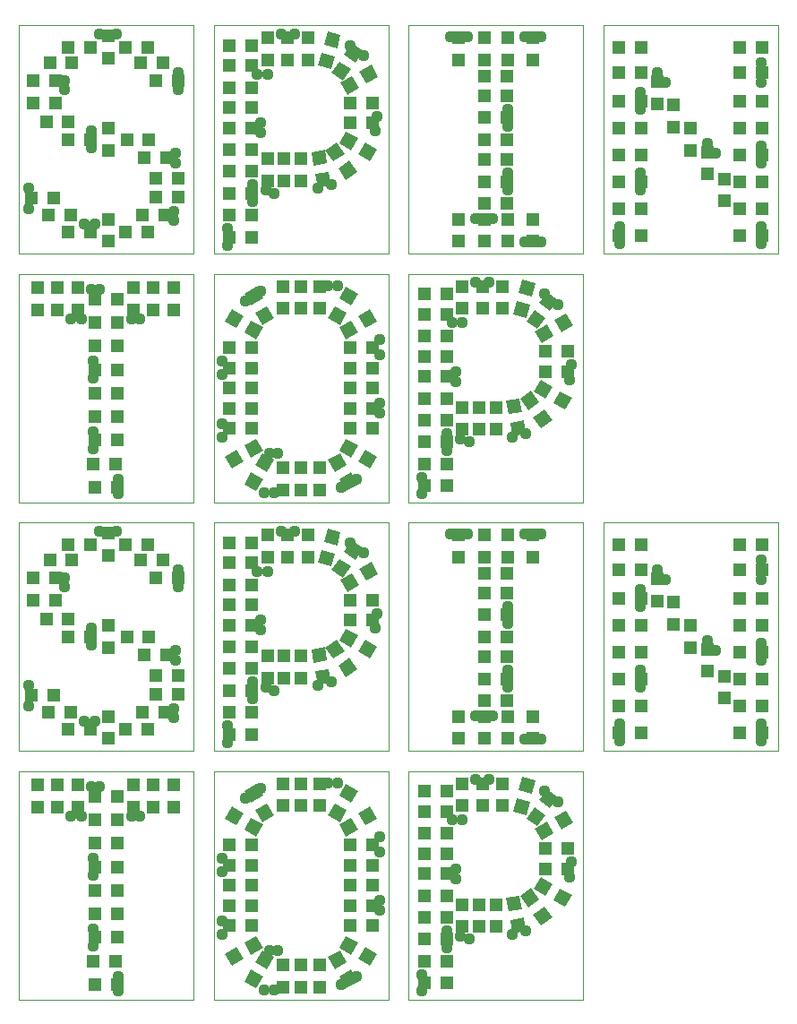
<source format=gts>
G75*
G70*
%OFA0B0*%
%FSLAX25Y25*%
%IPPOS*%
%LPD*%
%AMOC8*
5,1,8,0,0,1.08239X$1,22.5*
%
%ADD12C,0.04370*%
%ADD17C,0.00000*%
%ADD20R,0.05120X0.05120*%
X0010000Y0010000D02*
G75*
%LPD*%
D17*
X0010000Y0010000D02*
X0010000Y0095000D01*
X0075000Y0095000D01*
X0075000Y0010000D01*
X0010000Y0010000D01*
D20*
X0038360Y0015620D03*
X0046630Y0015620D03*
X0046010Y0024370D03*
X0037740Y0024370D03*
X0038360Y0033120D03*
X0046630Y0033120D03*
X0046630Y0041870D03*
X0038360Y0041870D03*
X0038360Y0050620D03*
X0046630Y0050620D03*
X0046630Y0059370D03*
X0038360Y0059370D03*
X0038360Y0068120D03*
X0046630Y0068120D03*
X0046630Y0076870D03*
X0052500Y0081490D03*
X0046630Y0085620D03*
X0052500Y0089760D03*
X0060000Y0089760D03*
X0067500Y0089760D03*
X0067500Y0081490D03*
X0060000Y0081490D03*
X0038360Y0085620D03*
X0031870Y0081490D03*
X0038360Y0076870D03*
X0031870Y0089760D03*
X0024370Y0089760D03*
X0016870Y0089760D03*
X0016870Y0081490D03*
X0024370Y0081490D03*
D12*
X0029370Y0078120D03*
X0033120Y0078120D03*
X0036870Y0089370D03*
X0040000Y0089370D03*
X0051870Y0078120D03*
X0055000Y0078120D03*
X0037500Y0062500D03*
X0037500Y0056250D03*
X0037500Y0036250D03*
X0037500Y0030000D03*
X0046870Y0018750D03*
X0046870Y0013120D03*
X0082500Y0010000D02*
G75*
%LPD*%
D17*
X0082500Y0010000D02*
X0082500Y0095000D01*
X0147500Y0095000D01*
X0147500Y0010000D01*
X0082500Y0010000D01*
D20*
X0108120Y0014610D03*
X0115000Y0014610D03*
X0121870Y0014610D03*
X0121870Y0022880D03*
X0115000Y0022880D03*
X0108120Y0022880D03*
X0096630Y0037500D03*
X0096630Y0045000D03*
X0096630Y0052500D03*
X0096630Y0060000D03*
X0096630Y0067500D03*
X0088360Y0067500D03*
X0088360Y0060000D03*
X0088360Y0052500D03*
X0088360Y0045000D03*
X0088360Y0037500D03*
X0108120Y0082110D03*
X0115000Y0082110D03*
X0121870Y0082110D03*
X0121870Y0090380D03*
X0115000Y0090380D03*
X0108120Y0090380D03*
X0133360Y0067500D03*
X0133360Y0060000D03*
X0133360Y0052500D03*
X0133360Y0045000D03*
X0133360Y0037500D03*
X0141630Y0037500D03*
X0141630Y0045000D03*
X0141630Y0052500D03*
X0141630Y0060000D03*
X0141630Y0067500D03*
D20*
G36*
X0131740Y0070690D02*
X0129180Y0075110D01*
X0133600Y0077670D01*
X0136160Y0073250D01*
X0131740Y0070690D01*
G37*
G36*
X0129480Y0076050D02*
X0125060Y0078610D01*
X0127620Y0083030D01*
X0132040Y0080470D01*
X0129480Y0076050D01*
G37*
G36*
X0138900Y0074820D02*
X0136340Y0079240D01*
X0140760Y0081800D01*
X0143320Y0077380D01*
X0138900Y0074820D01*
G37*
G36*
X0133620Y0083210D02*
X0129200Y0085770D01*
X0131760Y0090190D01*
X0136180Y0087630D01*
X0133620Y0083210D01*
G37*
G36*
X0104930Y0078610D02*
X0100510Y0076050D01*
X0097950Y0080470D01*
X0102370Y0083030D01*
X0104930Y0078610D01*
G37*
G36*
X0100820Y0075110D02*
X0098260Y0070690D01*
X0093840Y0073250D01*
X0096400Y0077670D01*
X0100820Y0075110D01*
G37*
G36*
X0093660Y0079240D02*
X0091100Y0074820D01*
X0086680Y0077380D01*
X0089240Y0081800D01*
X0093660Y0079240D01*
G37*
G36*
X0100790Y0085770D02*
X0096370Y0083210D01*
X0093810Y0087630D01*
X0098230Y0090190D01*
X0100790Y0085770D01*
G37*
G36*
X0098260Y0033680D02*
X0100820Y0029260D01*
X0096400Y0026700D01*
X0093840Y0031120D01*
X0098260Y0033680D01*
G37*
G36*
X0091100Y0029540D02*
X0093660Y0025120D01*
X0089240Y0022560D01*
X0086680Y0026980D01*
X0091100Y0029540D01*
G37*
G36*
X0100510Y0028320D02*
X0104930Y0025760D01*
X0102370Y0021340D01*
X0097950Y0023900D01*
X0100510Y0028320D01*
G37*
G36*
X0096370Y0021160D02*
X0100790Y0018600D01*
X0098230Y0014180D01*
X0093810Y0016740D01*
X0096370Y0021160D01*
G37*
G36*
X0125060Y0025760D02*
X0129480Y0028320D01*
X0132040Y0023900D01*
X0127620Y0021340D01*
X0125060Y0025760D01*
G37*
G36*
X0129180Y0029260D02*
X0131740Y0033680D01*
X0136160Y0031120D01*
X0133600Y0026700D01*
X0129180Y0029260D01*
G37*
G36*
X0136340Y0025120D02*
X0138900Y0029540D01*
X0143320Y0026980D01*
X0140760Y0022560D01*
X0136340Y0025120D01*
G37*
G36*
X0129200Y0018600D02*
X0133620Y0021160D01*
X0136180Y0016740D01*
X0131760Y0014180D01*
X0129200Y0018600D01*
G37*
D12*
X0130000Y0015620D03*
X0135620Y0018750D03*
X0144370Y0043120D03*
X0144370Y0046870D03*
X0144370Y0065000D03*
X0144370Y0070620D03*
X0128750Y0090620D03*
X0125000Y0090620D03*
X0100000Y0088750D03*
X0094370Y0085000D03*
X0085620Y0062500D03*
X0085620Y0057500D03*
X0085620Y0039370D03*
X0085620Y0034370D03*
X0103120Y0028120D03*
X0106250Y0028120D03*
X0105000Y0013750D03*
X0101250Y0013750D03*
X0155000Y0010000D02*
G75*
%LPD*%
D17*
X0155000Y0010000D02*
X0155000Y0095000D01*
X0220000Y0095000D01*
X0220000Y0010000D01*
X0155000Y0010000D01*
D20*
X0160860Y0016250D03*
X0160860Y0024370D03*
X0160860Y0032500D03*
X0160860Y0040620D03*
X0160860Y0048750D03*
X0160860Y0056870D03*
X0160860Y0064370D03*
X0160860Y0071870D03*
X0160860Y0080000D03*
X0160860Y0087500D03*
X0169130Y0087500D03*
X0175000Y0090380D03*
X0182500Y0090380D03*
X0190000Y0090380D03*
X0190000Y0082110D03*
X0182500Y0082110D03*
X0175000Y0082110D03*
X0169130Y0080000D03*
X0169130Y0071870D03*
X0169130Y0064370D03*
X0169130Y0056870D03*
X0169130Y0048750D03*
X0175000Y0045380D03*
X0181250Y0045380D03*
X0187500Y0045380D03*
X0187500Y0037110D03*
X0181250Y0037110D03*
X0175000Y0037110D03*
X0169130Y0040620D03*
X0169130Y0032500D03*
X0169130Y0024370D03*
X0169130Y0016250D03*
X0205860Y0058750D03*
X0205860Y0066250D03*
X0214130Y0066250D03*
X0214130Y0058750D03*
D20*
G36*
X0201680Y0051130D02*
X0204240Y0055550D01*
X0208660Y0052990D01*
X0206100Y0048570D01*
X0201680Y0051130D01*
G37*
G36*
X0196580Y0048490D02*
X0200760Y0051430D01*
X0203700Y0047250D01*
X0199520Y0044310D01*
X0196580Y0048490D01*
G37*
G36*
X0191340Y0047840D02*
X0196370Y0048730D01*
X0197260Y0043700D01*
X0192230Y0042810D01*
X0191340Y0047840D01*
G37*
G36*
X0192780Y0039700D02*
X0197810Y0040590D01*
X0198700Y0035560D01*
X0193670Y0034670D01*
X0192780Y0039700D01*
G37*
G36*
X0201320Y0041710D02*
X0205500Y0044650D01*
X0208440Y0040470D01*
X0204260Y0037530D01*
X0201320Y0041710D01*
G37*
G36*
X0208840Y0047000D02*
X0211400Y0051420D01*
X0215820Y0048860D01*
X0213260Y0044440D01*
X0208840Y0047000D01*
G37*
G36*
X0204630Y0069210D02*
X0202070Y0073630D01*
X0206490Y0076190D01*
X0209050Y0071770D01*
X0204630Y0069210D01*
G37*
G36*
X0203020Y0074450D02*
X0198840Y0077390D01*
X0201780Y0081570D01*
X0205960Y0078630D01*
X0203020Y0074450D01*
G37*
G36*
X0198800Y0078610D02*
X0193860Y0079930D01*
X0195180Y0084870D01*
X0200120Y0083550D01*
X0198800Y0078610D01*
G37*
G36*
X0207760Y0081220D02*
X0203580Y0084160D01*
X0206520Y0088340D01*
X0210700Y0085400D01*
X0207760Y0081220D01*
G37*
G36*
X0211790Y0073340D02*
X0209230Y0077760D01*
X0213650Y0080320D01*
X0216210Y0075900D01*
X0211790Y0073340D01*
G37*
G36*
X0200940Y0086590D02*
X0196000Y0087910D01*
X0197320Y0092850D01*
X0202260Y0091530D01*
X0200940Y0086590D01*
G37*
D12*
X0205620Y0087500D03*
X0210620Y0083750D03*
X0215620Y0061250D03*
X0215000Y0055620D03*
X0198750Y0035620D03*
X0193750Y0034370D03*
X0177500Y0032500D03*
X0174370Y0033750D03*
X0169370Y0035620D03*
X0169370Y0029370D03*
X0160000Y0019370D03*
X0160000Y0013120D03*
X0172500Y0055000D03*
X0172500Y0058750D03*
X0171250Y0076870D03*
X0175000Y0076870D03*
X0180000Y0091870D03*
X0185000Y0091870D03*
X0010000Y0102500D02*
G75*
%LPD*%
D17*
X0010000Y0102500D02*
X0010000Y0187500D01*
X0075000Y0187500D01*
X0075000Y0102500D01*
X0010000Y0102500D01*
D20*
X0020860Y0116870D03*
X0022880Y0123120D03*
X0029130Y0116870D03*
X0028360Y0110620D03*
X0036630Y0110620D03*
X0043120Y0107110D03*
X0049610Y0110620D03*
X0043120Y0115380D03*
X0055860Y0116870D03*
X0057880Y0110620D03*
X0064130Y0116870D03*
X0060860Y0123750D03*
X0060860Y0130620D03*
X0056750Y0138230D03*
X0058400Y0145000D03*
X0065010Y0138230D03*
X0069130Y0130620D03*
X0069130Y0123750D03*
X0050130Y0145000D03*
X0043120Y0149130D03*
X0036450Y0145070D03*
X0043120Y0140860D03*
X0028180Y0145070D03*
X0028400Y0151610D03*
X0020130Y0151610D03*
X0023510Y0158750D03*
X0023510Y0166870D03*
X0021490Y0173750D03*
X0028360Y0179370D03*
X0029760Y0173750D03*
X0036630Y0179370D03*
X0043120Y0175240D03*
X0049610Y0179370D03*
X0055240Y0173750D03*
X0057880Y0179370D03*
X0063510Y0173750D03*
X0060860Y0166870D03*
X0069130Y0166870D03*
X0043120Y0183510D03*
X0015240Y0166870D03*
X0015240Y0158750D03*
X0014610Y0123120D03*
D12*
X0013750Y0119370D03*
X0013750Y0126870D03*
X0034370Y0113750D03*
X0038120Y0113750D03*
X0036870Y0141870D03*
X0036870Y0148120D03*
X0026870Y0163750D03*
X0026870Y0166870D03*
X0040000Y0184370D03*
X0046250Y0184370D03*
X0069370Y0170000D03*
X0069370Y0163750D03*
X0068120Y0140000D03*
X0068120Y0136250D03*
X0067500Y0118120D03*
X0067500Y0115000D03*
X0082500Y0102500D02*
G75*
%LPD*%
D17*
X0082500Y0102500D02*
X0082500Y0187500D01*
X0147500Y0187500D01*
X0147500Y0102500D01*
X0082500Y0102500D01*
D20*
X0088360Y0108750D03*
X0088360Y0116870D03*
X0088360Y0125000D03*
X0088360Y0133120D03*
X0088360Y0141250D03*
X0088360Y0149370D03*
X0088360Y0156870D03*
X0088360Y0164370D03*
X0088360Y0172500D03*
X0088360Y0180000D03*
X0096630Y0180000D03*
X0102500Y0182880D03*
X0110000Y0182880D03*
X0117500Y0182880D03*
X0117500Y0174610D03*
X0110000Y0174610D03*
X0102500Y0174610D03*
X0096630Y0172500D03*
X0096630Y0164370D03*
X0096630Y0156870D03*
X0096630Y0149370D03*
X0096630Y0141250D03*
X0102500Y0137880D03*
X0108750Y0137880D03*
X0115000Y0137880D03*
X0115000Y0129610D03*
X0108750Y0129610D03*
X0102500Y0129610D03*
X0096630Y0133120D03*
X0096630Y0125000D03*
X0096630Y0116870D03*
X0096630Y0108750D03*
X0133360Y0151250D03*
X0133360Y0158750D03*
X0141630Y0158750D03*
X0141630Y0151250D03*
D20*
G36*
X0129180Y0143630D02*
X0131740Y0148050D01*
X0136160Y0145490D01*
X0133600Y0141070D01*
X0129180Y0143630D01*
G37*
G36*
X0124080Y0140990D02*
X0128260Y0143930D01*
X0131200Y0139750D01*
X0127020Y0136810D01*
X0124080Y0140990D01*
G37*
G36*
X0118840Y0140340D02*
X0123870Y0141230D01*
X0124760Y0136200D01*
X0119730Y0135310D01*
X0118840Y0140340D01*
G37*
G36*
X0120280Y0132200D02*
X0125310Y0133090D01*
X0126200Y0128060D01*
X0121170Y0127170D01*
X0120280Y0132200D01*
G37*
G36*
X0128820Y0134210D02*
X0133000Y0137150D01*
X0135940Y0132970D01*
X0131760Y0130030D01*
X0128820Y0134210D01*
G37*
G36*
X0136340Y0139500D02*
X0138900Y0143920D01*
X0143320Y0141360D01*
X0140760Y0136940D01*
X0136340Y0139500D01*
G37*
G36*
X0132130Y0161710D02*
X0129570Y0166130D01*
X0133990Y0168690D01*
X0136550Y0164270D01*
X0132130Y0161710D01*
G37*
G36*
X0130520Y0166950D02*
X0126340Y0169890D01*
X0129280Y0174070D01*
X0133460Y0171130D01*
X0130520Y0166950D01*
G37*
G36*
X0126300Y0171110D02*
X0121360Y0172430D01*
X0122680Y0177370D01*
X0127620Y0176050D01*
X0126300Y0171110D01*
G37*
G36*
X0135260Y0173720D02*
X0131080Y0176660D01*
X0134020Y0180840D01*
X0138200Y0177900D01*
X0135260Y0173720D01*
G37*
G36*
X0139290Y0165840D02*
X0136730Y0170260D01*
X0141150Y0172820D01*
X0143710Y0168400D01*
X0139290Y0165840D01*
G37*
G36*
X0128440Y0179090D02*
X0123500Y0180410D01*
X0124820Y0185350D01*
X0129760Y0184030D01*
X0128440Y0179090D01*
G37*
D12*
X0133120Y0180000D03*
X0138120Y0176250D03*
X0143120Y0153750D03*
X0142500Y0148120D03*
X0126250Y0128120D03*
X0121250Y0126870D03*
X0105000Y0125000D03*
X0101870Y0126250D03*
X0096870Y0128120D03*
X0096870Y0121870D03*
X0087500Y0111870D03*
X0087500Y0105620D03*
X0100000Y0147500D03*
X0100000Y0151250D03*
X0098750Y0169370D03*
X0102500Y0169370D03*
X0107500Y0184370D03*
X0112500Y0184370D03*
X0155000Y0102500D02*
G75*
%LPD*%
D17*
X0155000Y0102500D02*
X0155000Y0187500D01*
X0220000Y0187500D01*
X0220000Y0102500D01*
X0155000Y0102500D01*
D20*
X0173750Y0107110D03*
X0173750Y0115380D03*
X0183120Y0115380D03*
X0183360Y0121250D03*
X0183360Y0129370D03*
X0183360Y0137500D03*
X0183360Y0145000D03*
X0183360Y0153120D03*
X0183360Y0161250D03*
X0183360Y0168750D03*
X0183120Y0174610D03*
X0183120Y0182880D03*
X0191870Y0182880D03*
X0191870Y0174610D03*
X0191630Y0168750D03*
X0191630Y0161250D03*
X0191630Y0153120D03*
X0191630Y0145000D03*
X0191630Y0137500D03*
X0191630Y0129370D03*
X0191630Y0121250D03*
X0191870Y0115380D03*
X0191870Y0107110D03*
X0183120Y0107110D03*
X0201250Y0107110D03*
X0201250Y0115380D03*
X0201250Y0174610D03*
X0201250Y0182880D03*
X0173750Y0182880D03*
X0173750Y0174610D03*
D12*
X0176870Y0183120D03*
X0170620Y0183120D03*
X0191870Y0156250D03*
X0191870Y0150000D03*
X0191870Y0132500D03*
X0191870Y0126250D03*
X0186250Y0115620D03*
X0180000Y0115620D03*
X0198120Y0106870D03*
X0204370Y0106870D03*
X0204370Y0183120D03*
X0198120Y0183120D03*
X0227500Y0102500D02*
G75*
%LPD*%
D17*
X0227500Y0102500D02*
X0227500Y0187500D01*
X0292500Y0187500D01*
X0292500Y0102500D01*
X0227500Y0102500D01*
D20*
X0233360Y0109370D03*
X0241630Y0109370D03*
X0241630Y0119370D03*
X0233360Y0119370D03*
X0233360Y0129370D03*
X0241630Y0129370D03*
X0241630Y0139370D03*
X0233360Y0139370D03*
X0233360Y0149370D03*
X0241630Y0149370D03*
X0247500Y0158360D03*
X0253750Y0157880D03*
X0253750Y0149610D03*
X0260000Y0149130D03*
X0260000Y0140860D03*
X0266250Y0140380D03*
X0266250Y0132110D03*
X0272500Y0130380D03*
X0278360Y0129370D03*
X0272500Y0122110D03*
X0278360Y0119370D03*
X0286630Y0119370D03*
X0286630Y0129370D03*
X0286630Y0139370D03*
X0278360Y0139370D03*
X0278360Y0149370D03*
X0286630Y0149370D03*
X0286630Y0159370D03*
X0278360Y0159370D03*
X0278360Y0170000D03*
X0286630Y0170000D03*
X0286630Y0179370D03*
X0278360Y0179370D03*
X0247500Y0166630D03*
X0241630Y0170000D03*
X0233360Y0170000D03*
X0233360Y0179370D03*
X0241630Y0179370D03*
X0241630Y0159370D03*
X0233360Y0159370D03*
X0278360Y0109370D03*
X0286630Y0109370D03*
D12*
X0286250Y0106250D03*
X0286250Y0112500D03*
X0286250Y0136250D03*
X0286250Y0142500D03*
X0269370Y0140000D03*
X0266250Y0143750D03*
X0250620Y0166250D03*
X0247500Y0170000D03*
X0241250Y0162500D03*
X0241250Y0156250D03*
X0241250Y0132500D03*
X0241250Y0126250D03*
X0233750Y0112500D03*
X0233750Y0106250D03*
X0286250Y0166250D03*
X0286250Y0173750D03*
X0010000Y0195000D02*
G75*
%LPD*%
D17*
X0010000Y0195000D02*
X0010000Y0280000D01*
X0075000Y0280000D01*
X0075000Y0195000D01*
X0010000Y0195000D01*
D20*
X0038360Y0200620D03*
X0046630Y0200620D03*
X0046010Y0209370D03*
X0037740Y0209370D03*
X0038360Y0218120D03*
X0046630Y0218120D03*
X0046630Y0226870D03*
X0038360Y0226870D03*
X0038360Y0235620D03*
X0046630Y0235620D03*
X0046630Y0244370D03*
X0038360Y0244370D03*
X0038360Y0253120D03*
X0046630Y0253120D03*
X0046630Y0261870D03*
X0052500Y0266490D03*
X0046630Y0270620D03*
X0052500Y0274760D03*
X0060000Y0274760D03*
X0067500Y0274760D03*
X0067500Y0266490D03*
X0060000Y0266490D03*
X0038360Y0270620D03*
X0031870Y0266490D03*
X0038360Y0261870D03*
X0031870Y0274760D03*
X0024370Y0274760D03*
X0016870Y0274760D03*
X0016870Y0266490D03*
X0024370Y0266490D03*
D12*
X0029370Y0263120D03*
X0033120Y0263120D03*
X0036870Y0274370D03*
X0040000Y0274370D03*
X0051870Y0263120D03*
X0055000Y0263120D03*
X0037500Y0247500D03*
X0037500Y0241250D03*
X0037500Y0221250D03*
X0037500Y0215000D03*
X0046870Y0203750D03*
X0046870Y0198120D03*
X0082500Y0195000D02*
G75*
%LPD*%
D17*
X0082500Y0195000D02*
X0082500Y0280000D01*
X0147500Y0280000D01*
X0147500Y0195000D01*
X0082500Y0195000D01*
D20*
X0108120Y0199610D03*
X0115000Y0199610D03*
X0121870Y0199610D03*
X0121870Y0207880D03*
X0115000Y0207880D03*
X0108120Y0207880D03*
X0096630Y0222500D03*
X0096630Y0230000D03*
X0096630Y0237500D03*
X0096630Y0245000D03*
X0096630Y0252500D03*
X0088360Y0252500D03*
X0088360Y0245000D03*
X0088360Y0237500D03*
X0088360Y0230000D03*
X0088360Y0222500D03*
X0108120Y0267110D03*
X0115000Y0267110D03*
X0121870Y0267110D03*
X0121870Y0275380D03*
X0115000Y0275380D03*
X0108120Y0275380D03*
X0133360Y0252500D03*
X0133360Y0245000D03*
X0133360Y0237500D03*
X0133360Y0230000D03*
X0133360Y0222500D03*
X0141630Y0222500D03*
X0141630Y0230000D03*
X0141630Y0237500D03*
X0141630Y0245000D03*
X0141630Y0252500D03*
D20*
G36*
X0131740Y0255690D02*
X0129180Y0260110D01*
X0133600Y0262670D01*
X0136160Y0258250D01*
X0131740Y0255690D01*
G37*
G36*
X0129480Y0261050D02*
X0125060Y0263610D01*
X0127620Y0268030D01*
X0132040Y0265470D01*
X0129480Y0261050D01*
G37*
G36*
X0138900Y0259820D02*
X0136340Y0264240D01*
X0140760Y0266800D01*
X0143320Y0262380D01*
X0138900Y0259820D01*
G37*
G36*
X0133620Y0268210D02*
X0129200Y0270770D01*
X0131760Y0275190D01*
X0136180Y0272630D01*
X0133620Y0268210D01*
G37*
G36*
X0104930Y0263610D02*
X0100510Y0261050D01*
X0097950Y0265470D01*
X0102370Y0268030D01*
X0104930Y0263610D01*
G37*
G36*
X0100820Y0260110D02*
X0098260Y0255690D01*
X0093840Y0258250D01*
X0096400Y0262670D01*
X0100820Y0260110D01*
G37*
G36*
X0093660Y0264240D02*
X0091100Y0259820D01*
X0086680Y0262380D01*
X0089240Y0266800D01*
X0093660Y0264240D01*
G37*
G36*
X0100790Y0270770D02*
X0096370Y0268210D01*
X0093810Y0272630D01*
X0098230Y0275190D01*
X0100790Y0270770D01*
G37*
G36*
X0098260Y0218680D02*
X0100820Y0214260D01*
X0096400Y0211700D01*
X0093840Y0216120D01*
X0098260Y0218680D01*
G37*
G36*
X0091100Y0214540D02*
X0093660Y0210120D01*
X0089240Y0207560D01*
X0086680Y0211980D01*
X0091100Y0214540D01*
G37*
G36*
X0100510Y0213320D02*
X0104930Y0210760D01*
X0102370Y0206340D01*
X0097950Y0208900D01*
X0100510Y0213320D01*
G37*
G36*
X0096370Y0206160D02*
X0100790Y0203600D01*
X0098230Y0199180D01*
X0093810Y0201740D01*
X0096370Y0206160D01*
G37*
G36*
X0125060Y0210760D02*
X0129480Y0213320D01*
X0132040Y0208900D01*
X0127620Y0206340D01*
X0125060Y0210760D01*
G37*
G36*
X0129180Y0214260D02*
X0131740Y0218680D01*
X0136160Y0216120D01*
X0133600Y0211700D01*
X0129180Y0214260D01*
G37*
G36*
X0136340Y0210120D02*
X0138900Y0214540D01*
X0143320Y0211980D01*
X0140760Y0207560D01*
X0136340Y0210120D01*
G37*
G36*
X0129200Y0203600D02*
X0133620Y0206160D01*
X0136180Y0201740D01*
X0131760Y0199180D01*
X0129200Y0203600D01*
G37*
D12*
X0130000Y0200620D03*
X0135620Y0203750D03*
X0144370Y0228120D03*
X0144370Y0231870D03*
X0144370Y0250000D03*
X0144370Y0255620D03*
X0128750Y0275620D03*
X0125000Y0275620D03*
X0100000Y0273750D03*
X0094370Y0270000D03*
X0085620Y0247500D03*
X0085620Y0242500D03*
X0085620Y0224370D03*
X0085620Y0219370D03*
X0103120Y0213120D03*
X0106250Y0213120D03*
X0105000Y0198750D03*
X0101250Y0198750D03*
X0155000Y0195000D02*
G75*
%LPD*%
D17*
X0155000Y0195000D02*
X0155000Y0280000D01*
X0220000Y0280000D01*
X0220000Y0195000D01*
X0155000Y0195000D01*
D20*
X0160860Y0201250D03*
X0160860Y0209370D03*
X0160860Y0217500D03*
X0160860Y0225620D03*
X0160860Y0233750D03*
X0160860Y0241870D03*
X0160860Y0249370D03*
X0160860Y0256870D03*
X0160860Y0265000D03*
X0160860Y0272500D03*
X0169130Y0272500D03*
X0175000Y0275380D03*
X0182500Y0275380D03*
X0190000Y0275380D03*
X0190000Y0267110D03*
X0182500Y0267110D03*
X0175000Y0267110D03*
X0169130Y0265000D03*
X0169130Y0256870D03*
X0169130Y0249370D03*
X0169130Y0241870D03*
X0169130Y0233750D03*
X0175000Y0230380D03*
X0181250Y0230380D03*
X0187500Y0230380D03*
X0187500Y0222110D03*
X0181250Y0222110D03*
X0175000Y0222110D03*
X0169130Y0225620D03*
X0169130Y0217500D03*
X0169130Y0209370D03*
X0169130Y0201250D03*
X0205860Y0243750D03*
X0205860Y0251250D03*
X0214130Y0251250D03*
X0214130Y0243750D03*
D20*
G36*
X0201680Y0236130D02*
X0204240Y0240550D01*
X0208660Y0237990D01*
X0206100Y0233570D01*
X0201680Y0236130D01*
G37*
G36*
X0196580Y0233490D02*
X0200760Y0236430D01*
X0203700Y0232250D01*
X0199520Y0229310D01*
X0196580Y0233490D01*
G37*
G36*
X0191340Y0232840D02*
X0196370Y0233730D01*
X0197260Y0228700D01*
X0192230Y0227810D01*
X0191340Y0232840D01*
G37*
G36*
X0192780Y0224700D02*
X0197810Y0225590D01*
X0198700Y0220560D01*
X0193670Y0219670D01*
X0192780Y0224700D01*
G37*
G36*
X0201320Y0226710D02*
X0205500Y0229650D01*
X0208440Y0225470D01*
X0204260Y0222530D01*
X0201320Y0226710D01*
G37*
G36*
X0208840Y0232000D02*
X0211400Y0236420D01*
X0215820Y0233860D01*
X0213260Y0229440D01*
X0208840Y0232000D01*
G37*
G36*
X0204630Y0254210D02*
X0202070Y0258630D01*
X0206490Y0261190D01*
X0209050Y0256770D01*
X0204630Y0254210D01*
G37*
G36*
X0203020Y0259450D02*
X0198840Y0262390D01*
X0201780Y0266570D01*
X0205960Y0263630D01*
X0203020Y0259450D01*
G37*
G36*
X0198800Y0263610D02*
X0193860Y0264930D01*
X0195180Y0269870D01*
X0200120Y0268550D01*
X0198800Y0263610D01*
G37*
G36*
X0207760Y0266220D02*
X0203580Y0269160D01*
X0206520Y0273340D01*
X0210700Y0270400D01*
X0207760Y0266220D01*
G37*
G36*
X0211790Y0258340D02*
X0209230Y0262760D01*
X0213650Y0265320D01*
X0216210Y0260900D01*
X0211790Y0258340D01*
G37*
G36*
X0200940Y0271590D02*
X0196000Y0272910D01*
X0197320Y0277850D01*
X0202260Y0276530D01*
X0200940Y0271590D01*
G37*
D12*
X0205620Y0272500D03*
X0210620Y0268750D03*
X0215620Y0246250D03*
X0215000Y0240620D03*
X0198750Y0220620D03*
X0193750Y0219370D03*
X0177500Y0217500D03*
X0174370Y0218750D03*
X0169370Y0220620D03*
X0169370Y0214370D03*
X0160000Y0204370D03*
X0160000Y0198120D03*
X0172500Y0240000D03*
X0172500Y0243750D03*
X0171250Y0261870D03*
X0175000Y0261870D03*
X0180000Y0276870D03*
X0185000Y0276870D03*
X0010000Y0287500D02*
G75*
%LPD*%
D17*
X0010000Y0287500D02*
X0010000Y0372500D01*
X0075000Y0372500D01*
X0075000Y0287500D01*
X0010000Y0287500D01*
D20*
X0020860Y0301870D03*
X0022880Y0308120D03*
X0029130Y0301870D03*
X0028360Y0295620D03*
X0036630Y0295620D03*
X0043120Y0292110D03*
X0049610Y0295620D03*
X0043120Y0300380D03*
X0055860Y0301870D03*
X0057880Y0295620D03*
X0064130Y0301870D03*
X0060860Y0308750D03*
X0060860Y0315620D03*
X0056750Y0323230D03*
X0058400Y0330000D03*
X0065010Y0323230D03*
X0069130Y0315620D03*
X0069130Y0308750D03*
X0050130Y0330000D03*
X0043120Y0334130D03*
X0036450Y0330070D03*
X0043120Y0325860D03*
X0028180Y0330070D03*
X0028400Y0336610D03*
X0020130Y0336610D03*
X0023510Y0343750D03*
X0023510Y0351870D03*
X0021490Y0358750D03*
X0028360Y0364370D03*
X0029760Y0358750D03*
X0036630Y0364370D03*
X0043120Y0360240D03*
X0049610Y0364370D03*
X0055240Y0358750D03*
X0057880Y0364370D03*
X0063510Y0358750D03*
X0060860Y0351870D03*
X0069130Y0351870D03*
X0043120Y0368510D03*
X0015240Y0351870D03*
X0015240Y0343750D03*
X0014610Y0308120D03*
D12*
X0013750Y0304370D03*
X0013750Y0311870D03*
X0034370Y0298750D03*
X0038120Y0298750D03*
X0036870Y0326870D03*
X0036870Y0333120D03*
X0026870Y0348750D03*
X0026870Y0351870D03*
X0040000Y0369370D03*
X0046250Y0369370D03*
X0069370Y0355000D03*
X0069370Y0348750D03*
X0068120Y0325000D03*
X0068120Y0321250D03*
X0067500Y0303120D03*
X0067500Y0300000D03*
X0082500Y0287500D02*
G75*
%LPD*%
D17*
X0082500Y0287500D02*
X0082500Y0372500D01*
X0147500Y0372500D01*
X0147500Y0287500D01*
X0082500Y0287500D01*
D20*
X0088360Y0293750D03*
X0088360Y0301870D03*
X0088360Y0310000D03*
X0088360Y0318120D03*
X0088360Y0326250D03*
X0088360Y0334370D03*
X0088360Y0341870D03*
X0088360Y0349370D03*
X0088360Y0357500D03*
X0088360Y0365000D03*
X0096630Y0365000D03*
X0102500Y0367880D03*
X0110000Y0367880D03*
X0117500Y0367880D03*
X0117500Y0359610D03*
X0110000Y0359610D03*
X0102500Y0359610D03*
X0096630Y0357500D03*
X0096630Y0349370D03*
X0096630Y0341870D03*
X0096630Y0334370D03*
X0096630Y0326250D03*
X0102500Y0322880D03*
X0108750Y0322880D03*
X0115000Y0322880D03*
X0115000Y0314610D03*
X0108750Y0314610D03*
X0102500Y0314610D03*
X0096630Y0318120D03*
X0096630Y0310000D03*
X0096630Y0301870D03*
X0096630Y0293750D03*
X0133360Y0336250D03*
X0133360Y0343750D03*
X0141630Y0343750D03*
X0141630Y0336250D03*
D20*
G36*
X0129180Y0328630D02*
X0131740Y0333050D01*
X0136160Y0330490D01*
X0133600Y0326070D01*
X0129180Y0328630D01*
G37*
G36*
X0124080Y0325990D02*
X0128260Y0328930D01*
X0131200Y0324750D01*
X0127020Y0321810D01*
X0124080Y0325990D01*
G37*
G36*
X0118840Y0325340D02*
X0123870Y0326230D01*
X0124760Y0321200D01*
X0119730Y0320310D01*
X0118840Y0325340D01*
G37*
G36*
X0120280Y0317200D02*
X0125310Y0318090D01*
X0126200Y0313060D01*
X0121170Y0312170D01*
X0120280Y0317200D01*
G37*
G36*
X0128820Y0319210D02*
X0133000Y0322150D01*
X0135940Y0317970D01*
X0131760Y0315030D01*
X0128820Y0319210D01*
G37*
G36*
X0136340Y0324500D02*
X0138900Y0328920D01*
X0143320Y0326360D01*
X0140760Y0321940D01*
X0136340Y0324500D01*
G37*
G36*
X0132130Y0346710D02*
X0129570Y0351130D01*
X0133990Y0353690D01*
X0136550Y0349270D01*
X0132130Y0346710D01*
G37*
G36*
X0130520Y0351950D02*
X0126340Y0354890D01*
X0129280Y0359070D01*
X0133460Y0356130D01*
X0130520Y0351950D01*
G37*
G36*
X0126300Y0356110D02*
X0121360Y0357430D01*
X0122680Y0362370D01*
X0127620Y0361050D01*
X0126300Y0356110D01*
G37*
G36*
X0135260Y0358720D02*
X0131080Y0361660D01*
X0134020Y0365840D01*
X0138200Y0362900D01*
X0135260Y0358720D01*
G37*
G36*
X0139290Y0350840D02*
X0136730Y0355260D01*
X0141150Y0357820D01*
X0143710Y0353400D01*
X0139290Y0350840D01*
G37*
G36*
X0128440Y0364090D02*
X0123500Y0365410D01*
X0124820Y0370350D01*
X0129760Y0369030D01*
X0128440Y0364090D01*
G37*
D12*
X0133120Y0365000D03*
X0138120Y0361250D03*
X0143120Y0338750D03*
X0142500Y0333120D03*
X0126250Y0313120D03*
X0121250Y0311870D03*
X0105000Y0310000D03*
X0101870Y0311250D03*
X0096870Y0313120D03*
X0096870Y0306870D03*
X0087500Y0296870D03*
X0087500Y0290620D03*
X0100000Y0332500D03*
X0100000Y0336250D03*
X0098750Y0354370D03*
X0102500Y0354370D03*
X0107500Y0369370D03*
X0112500Y0369370D03*
X0155000Y0287500D02*
G75*
%LPD*%
D17*
X0155000Y0287500D02*
X0155000Y0372500D01*
X0220000Y0372500D01*
X0220000Y0287500D01*
X0155000Y0287500D01*
D20*
X0173750Y0292110D03*
X0173750Y0300380D03*
X0183120Y0300380D03*
X0183360Y0306250D03*
X0183360Y0314370D03*
X0183360Y0322500D03*
X0183360Y0330000D03*
X0183360Y0338120D03*
X0183360Y0346250D03*
X0183360Y0353750D03*
X0183120Y0359610D03*
X0183120Y0367880D03*
X0191870Y0367880D03*
X0191870Y0359610D03*
X0191630Y0353750D03*
X0191630Y0346250D03*
X0191630Y0338120D03*
X0191630Y0330000D03*
X0191630Y0322500D03*
X0191630Y0314370D03*
X0191630Y0306250D03*
X0191870Y0300380D03*
X0191870Y0292110D03*
X0183120Y0292110D03*
X0201250Y0292110D03*
X0201250Y0300380D03*
X0201250Y0359610D03*
X0201250Y0367880D03*
X0173750Y0367880D03*
X0173750Y0359610D03*
D12*
X0176870Y0368120D03*
X0170620Y0368120D03*
X0191870Y0341250D03*
X0191870Y0335000D03*
X0191870Y0317500D03*
X0191870Y0311250D03*
X0186250Y0300620D03*
X0180000Y0300620D03*
X0198120Y0291870D03*
X0204370Y0291870D03*
X0204370Y0368120D03*
X0198120Y0368120D03*
X0227500Y0287500D02*
G75*
%LPD*%
D17*
X0227500Y0287500D02*
X0227500Y0372500D01*
X0292500Y0372500D01*
X0292500Y0287500D01*
X0227500Y0287500D01*
D20*
X0233360Y0294370D03*
X0241630Y0294370D03*
X0241630Y0304370D03*
X0233360Y0304370D03*
X0233360Y0314370D03*
X0241630Y0314370D03*
X0241630Y0324370D03*
X0233360Y0324370D03*
X0233360Y0334370D03*
X0241630Y0334370D03*
X0247500Y0343360D03*
X0253750Y0342880D03*
X0253750Y0334610D03*
X0260000Y0334130D03*
X0260000Y0325860D03*
X0266250Y0325380D03*
X0266250Y0317110D03*
X0272500Y0315380D03*
X0278360Y0314370D03*
X0272500Y0307110D03*
X0278360Y0304370D03*
X0286630Y0304370D03*
X0286630Y0314370D03*
X0286630Y0324370D03*
X0278360Y0324370D03*
X0278360Y0334370D03*
X0286630Y0334370D03*
X0286630Y0344370D03*
X0278360Y0344370D03*
X0278360Y0355000D03*
X0286630Y0355000D03*
X0286630Y0364370D03*
X0278360Y0364370D03*
X0247500Y0351630D03*
X0241630Y0355000D03*
X0233360Y0355000D03*
X0233360Y0364370D03*
X0241630Y0364370D03*
X0241630Y0344370D03*
X0233360Y0344370D03*
X0278360Y0294370D03*
X0286630Y0294370D03*
D12*
X0286250Y0291250D03*
X0286250Y0297500D03*
X0286250Y0321250D03*
X0286250Y0327500D03*
X0269370Y0325000D03*
X0266250Y0328750D03*
X0250620Y0351250D03*
X0247500Y0355000D03*
X0241250Y0347500D03*
X0241250Y0341250D03*
X0241250Y0317500D03*
X0241250Y0311250D03*
X0233750Y0297500D03*
X0233750Y0291250D03*
X0286250Y0351250D03*
X0286250Y0358750D03*
M02*

</source>
